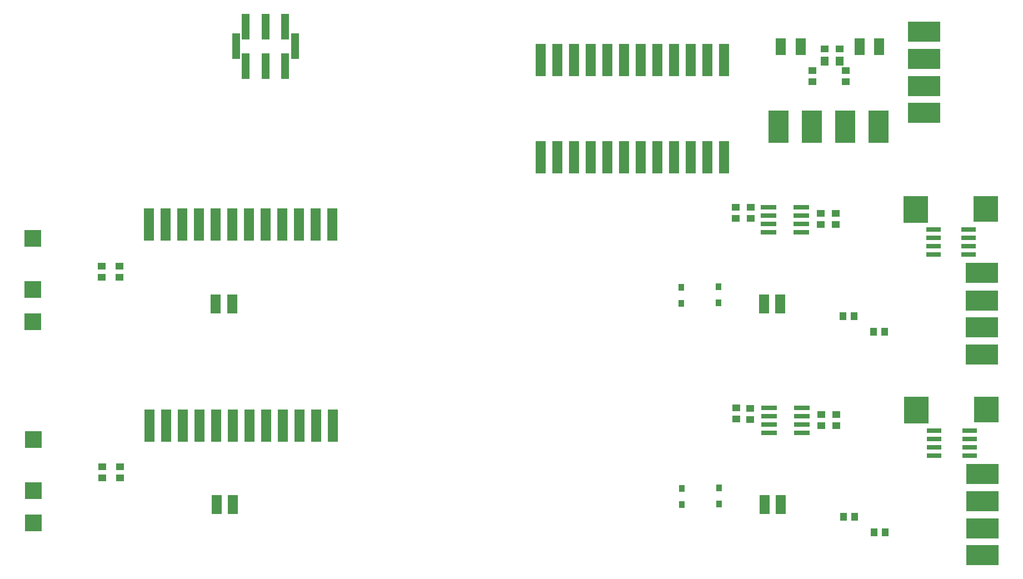
<source format=gbr>
%FSLAX34Y34*%
%MOMM*%
%LNSMDMASK_TOP*%
G71*
G01*
%ADD10R,1.200X1.100*%
%ADD11R,1.200X1.450*%
%ADD12R,3.050X5.000*%
%ADD13R,1.500X2.600*%
%ADD14R,2.200X0.700*%
%ADD15R,3.800X4.000*%
%ADD16R,3.800X4.050*%
%ADD17R,5.000X3.050*%
%ADD18R,1.500X3.000*%
%ADD19R,1.550X5.000*%
%ADD20R,0.900X1.050*%
%ADD21R,1.100X1.200*%
%ADD22R,2.500X2.500*%
%ADD23R,2.400X0.800*%
%ADD24R,1.300X4.000*%
%LPD*%
X1209600Y1326200D02*
G54D10*
D03*
X1209600Y1309200D02*
G54D10*
D03*
X1259600Y1326200D02*
G54D10*
D03*
X1259600Y1309200D02*
G54D10*
D03*
X1227600Y1359200D02*
G54D10*
D03*
X1227600Y1340200D02*
G54D11*
D03*
X1250600Y1359200D02*
G54D10*
D03*
X1250600Y1340200D02*
G54D11*
D03*
X1208500Y1240300D02*
G54D12*
D03*
X1259300Y1240300D02*
G54D12*
D03*
X1310100Y1240300D02*
G54D12*
D03*
X1157700Y1240300D02*
G54D12*
D03*
X1161100Y1362700D02*
G54D13*
D03*
X1191100Y1362700D02*
G54D13*
D03*
X1281100Y1362700D02*
G54D13*
D03*
X1311100Y1362700D02*
G54D13*
D03*
X1393400Y1083500D02*
G54D14*
D03*
X1393400Y1070800D02*
G54D14*
D03*
X1393400Y1058100D02*
G54D14*
D03*
X1393400Y1045400D02*
G54D14*
D03*
X1447400Y1045400D02*
G54D14*
D03*
X1447400Y1058100D02*
G54D14*
D03*
X1447400Y1070800D02*
G54D14*
D03*
X1447400Y1083500D02*
G54D14*
D03*
X1473400Y1115500D02*
G54D15*
D03*
X1366400Y1114500D02*
G54D16*
D03*
X1467400Y1017500D02*
G54D17*
D03*
X1467400Y975500D02*
G54D17*
D03*
X1467400Y934500D02*
G54D17*
D03*
X1467400Y893500D02*
G54D17*
D03*
X300200Y970500D02*
G54D18*
D03*
X325100Y970500D02*
G54D18*
D03*
X1135200Y970500D02*
G54D18*
D03*
X1160100Y970500D02*
G54D18*
D03*
X1135200Y970500D02*
G54D18*
D03*
X1160100Y970500D02*
G54D18*
D03*
X477700Y1091000D02*
G54D19*
D03*
X452300Y1091000D02*
G54D19*
D03*
X426900Y1091000D02*
G54D19*
D03*
X401500Y1091000D02*
G54D19*
D03*
X376100Y1091000D02*
G54D19*
D03*
X350700Y1091000D02*
G54D19*
D03*
X325300Y1091000D02*
G54D19*
D03*
X299900Y1091000D02*
G54D19*
D03*
X274500Y1091000D02*
G54D19*
D03*
X249100Y1091000D02*
G54D19*
D03*
X223700Y1091000D02*
G54D19*
D03*
X198300Y1091000D02*
G54D19*
D03*
X1009344Y970953D02*
G54D20*
D03*
X1009344Y995653D02*
G54D20*
D03*
X1066344Y971753D02*
G54D20*
D03*
X1066344Y996453D02*
G54D20*
D03*
X1272800Y952000D02*
G54D21*
D03*
X1255800Y952000D02*
G54D21*
D03*
X1319000Y928100D02*
G54D21*
D03*
X1302000Y928100D02*
G54D21*
D03*
X21000Y1070000D02*
G54D22*
D03*
X21000Y992000D02*
G54D22*
D03*
X21000Y943000D02*
G54D22*
D03*
X126000Y1011000D02*
G54D10*
D03*
X126000Y1028000D02*
G54D10*
D03*
X153000Y1011000D02*
G54D10*
D03*
X153000Y1028000D02*
G54D10*
D03*
X1142066Y1117801D02*
G54D23*
D03*
X1142066Y1105101D02*
G54D23*
D03*
X1142066Y1092401D02*
G54D23*
D03*
X1142067Y1079701D02*
G54D23*
D03*
X1192066Y1079701D02*
G54D23*
D03*
X1192066Y1092401D02*
G54D23*
D03*
X1192066Y1105101D02*
G54D23*
D03*
X1192066Y1117801D02*
G54D23*
D03*
X1222000Y1091000D02*
G54D10*
D03*
X1222000Y1108000D02*
G54D10*
D03*
X1245000Y1091000D02*
G54D10*
D03*
X1245000Y1108000D02*
G54D10*
D03*
X1092000Y1118000D02*
G54D10*
D03*
X1092000Y1101000D02*
G54D10*
D03*
X1115000Y1101000D02*
G54D10*
D03*
X1115000Y1118000D02*
G54D10*
D03*
X1394400Y777500D02*
G54D14*
D03*
X1394400Y764800D02*
G54D14*
D03*
X1394400Y752100D02*
G54D14*
D03*
X1394400Y739400D02*
G54D14*
D03*
X1448400Y739400D02*
G54D14*
D03*
X1448400Y752100D02*
G54D14*
D03*
X1448400Y764800D02*
G54D14*
D03*
X1448400Y777500D02*
G54D14*
D03*
X1474400Y809500D02*
G54D15*
D03*
X1367400Y808500D02*
G54D16*
D03*
X1468400Y711500D02*
G54D17*
D03*
X1468400Y669500D02*
G54D17*
D03*
X1468400Y628500D02*
G54D17*
D03*
X1468400Y587500D02*
G54D17*
D03*
X301200Y664500D02*
G54D18*
D03*
X326100Y664500D02*
G54D18*
D03*
X1136200Y664500D02*
G54D18*
D03*
X1161100Y664500D02*
G54D18*
D03*
X1136200Y664500D02*
G54D18*
D03*
X1161100Y664500D02*
G54D18*
D03*
X478700Y785000D02*
G54D19*
D03*
X453300Y785000D02*
G54D19*
D03*
X427900Y785000D02*
G54D19*
D03*
X402500Y785000D02*
G54D19*
D03*
X377100Y785000D02*
G54D19*
D03*
X351700Y785000D02*
G54D19*
D03*
X326300Y785000D02*
G54D19*
D03*
X300900Y785000D02*
G54D19*
D03*
X275500Y785000D02*
G54D19*
D03*
X250100Y785000D02*
G54D19*
D03*
X224700Y785000D02*
G54D19*
D03*
X199300Y785000D02*
G54D19*
D03*
X1010344Y664953D02*
G54D20*
D03*
X1010344Y689653D02*
G54D20*
D03*
X1067344Y665753D02*
G54D20*
D03*
X1067344Y690453D02*
G54D20*
D03*
X1273800Y646000D02*
G54D21*
D03*
X1256800Y646000D02*
G54D21*
D03*
X1320000Y622100D02*
G54D21*
D03*
X1303000Y622100D02*
G54D21*
D03*
X22000Y764000D02*
G54D22*
D03*
X22000Y686000D02*
G54D22*
D03*
X22000Y637000D02*
G54D22*
D03*
X127000Y705000D02*
G54D10*
D03*
X127000Y722000D02*
G54D10*
D03*
X154000Y705000D02*
G54D10*
D03*
X154000Y722000D02*
G54D10*
D03*
X1143066Y811801D02*
G54D23*
D03*
X1143066Y799101D02*
G54D23*
D03*
X1143066Y786401D02*
G54D23*
D03*
X1143067Y773701D02*
G54D23*
D03*
X1193066Y773701D02*
G54D23*
D03*
X1193066Y786401D02*
G54D23*
D03*
X1193066Y799101D02*
G54D23*
D03*
X1193066Y811801D02*
G54D23*
D03*
X1223000Y785000D02*
G54D10*
D03*
X1223000Y802000D02*
G54D10*
D03*
X1246000Y785000D02*
G54D10*
D03*
X1246000Y802000D02*
G54D10*
D03*
X1093000Y812000D02*
G54D10*
D03*
X1093000Y795000D02*
G54D10*
D03*
X1114000Y794000D02*
G54D10*
D03*
X1114000Y811000D02*
G54D10*
D03*
X1379400Y1385500D02*
G54D17*
D03*
X1379400Y1343500D02*
G54D17*
D03*
X1379400Y1302500D02*
G54D17*
D03*
X1379400Y1261500D02*
G54D17*
D03*
X1074700Y1194000D02*
G54D19*
D03*
X1049300Y1194000D02*
G54D19*
D03*
X1023900Y1194000D02*
G54D19*
D03*
X998500Y1194000D02*
G54D19*
D03*
X973100Y1194000D02*
G54D19*
D03*
X947700Y1194000D02*
G54D19*
D03*
X922300Y1194000D02*
G54D19*
D03*
X896900Y1194000D02*
G54D19*
D03*
X871500Y1194000D02*
G54D19*
D03*
X846100Y1194000D02*
G54D19*
D03*
X820700Y1194000D02*
G54D19*
D03*
X795300Y1194000D02*
G54D19*
D03*
X1074700Y1342000D02*
G54D19*
D03*
X1049300Y1342000D02*
G54D19*
D03*
X1023900Y1342000D02*
G54D19*
D03*
X998500Y1342000D02*
G54D19*
D03*
X973100Y1342000D02*
G54D19*
D03*
X947700Y1342000D02*
G54D19*
D03*
X922300Y1342000D02*
G54D19*
D03*
X896900Y1342000D02*
G54D19*
D03*
X871500Y1342000D02*
G54D19*
D03*
X846100Y1342000D02*
G54D19*
D03*
X820700Y1342000D02*
G54D19*
D03*
X795300Y1342000D02*
G54D19*
D03*
X331000Y1363000D02*
G54D24*
D03*
X421000Y1363000D02*
G54D24*
D03*
X346000Y1393000D02*
G54D24*
D03*
X376000Y1393000D02*
G54D24*
D03*
X406000Y1393000D02*
G54D24*
D03*
X406000Y1333000D02*
G54D24*
D03*
X376000Y1333000D02*
G54D24*
D03*
X346000Y1333000D02*
G54D24*
D03*
M02*

</source>
